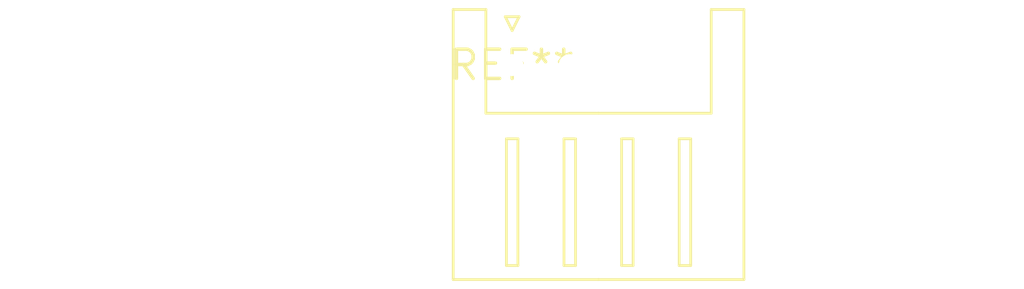
<source format=kicad_pcb>
(kicad_pcb (version 20240108) (generator pcbnew)
  (layers (0 "F.Cu" signal) (31 "B.Cu" signal) (34 "B.Paste" user) (35 "F.Paste" user) (36 "B.SilkS" user "B.Silkscreen") (37 "F.SilkS" user "F.Silkscreen") (38 "B.Mask" user) (39 "F.Mask" user) (44 "Edge.Cuts" user))
  (net 0 "")
  (footprint "JST_XH_S4B-XH-A_1x04_P2.50mm_Horizontal" (layer "F.Cu") (at 0 0)
    (property "Reference" "REF**")
    (property "Value" "JST_XH_S4B-XH-A_1x04_P2.50mm_Horizontal")
    (fp_line (start -2.56 -2.41) (end -1.14 -2.41) (layer "F.SilkS") (stroke (width 0.12)))
    (fp_line (start -2.56 9.31) (end -2.56 -2.41) (layer "F.SilkS") (stroke (width 0.12)))
    (fp_line (start -1.14 -2.41) (end -1.14 2.09) (layer "F.SilkS") (stroke (width 0.12)))
    (fp_line (start -1.14 2.09) (end 3.75 2.09) (layer "F.SilkS") (stroke (width 0.12)))
    (fp_line (start -0.3 -2.1) (end 0.3 -2.1) (layer "F.SilkS") (stroke (width 0.12)))
    (fp_line (start -0.25 3.2) (end -0.25 8.7) (layer "F.SilkS") (stroke (width 0.12)))
    (fp_line (start -0.25 8.7) (end 0.25 8.7) (layer "F.SilkS") (stroke (width 0.12)))
    (fp_line (start 0 -1.5) (end -0.3 -2.1) (layer "F.SilkS") (stroke (width 0.12)))
    (fp_line (start 0.25 3.2) (end -0.25 3.2) (layer "F.SilkS") (stroke (width 0.12)))
    (fp_line (start 0.25 8.7) (end 0.25 3.2) (layer "F.SilkS") (stroke (width 0.12)))
    (fp_line (start 0.3 -2.1) (end 0 -1.5) (layer "F.SilkS") (stroke (width 0.12)))
    (fp_line (start 2.25 3.2) (end 2.25 8.7) (layer "F.SilkS") (stroke (width 0.12)))
    (fp_line (start 2.25 8.7) (end 2.75 8.7) (layer "F.SilkS") (stroke (width 0.12)))
    (fp_line (start 2.75 3.2) (end 2.25 3.2) (layer "F.SilkS") (stroke (width 0.12)))
    (fp_line (start 2.75 8.7) (end 2.75 3.2) (layer "F.SilkS") (stroke (width 0.12)))
    (fp_line (start 3.75 9.31) (end -2.56 9.31) (layer "F.SilkS") (stroke (width 0.12)))
    (fp_line (start 3.75 9.31) (end 10.06 9.31) (layer "F.SilkS") (stroke (width 0.12)))
    (fp_line (start 4.75 3.2) (end 4.75 8.7) (layer "F.SilkS") (stroke (width 0.12)))
    (fp_line (start 4.75 8.7) (end 5.25 8.7) (layer "F.SilkS") (stroke (width 0.12)))
    (fp_line (start 5.25 3.2) (end 4.75 3.2) (layer "F.SilkS") (stroke (width 0.12)))
    (fp_line (start 5.25 8.7) (end 5.25 3.2) (layer "F.SilkS") (stroke (width 0.12)))
    (fp_line (start 7.25 3.2) (end 7.25 8.7) (layer "F.SilkS") (stroke (width 0.12)))
    (fp_line (start 7.25 8.7) (end 7.75 8.7) (layer "F.SilkS") (stroke (width 0.12)))
    (fp_line (start 7.75 3.2) (end 7.25 3.2) (layer "F.SilkS") (stroke (width 0.12)))
    (fp_line (start 7.75 8.7) (end 7.75 3.2) (layer "F.SilkS") (stroke (width 0.12)))
    (fp_line (start 8.64 -2.41) (end 8.64 2.09) (layer "F.SilkS") (stroke (width 0.12)))
    (fp_line (start 8.64 2.09) (end 3.75 2.09) (layer "F.SilkS") (stroke (width 0.12)))
    (fp_line (start 10.06 -2.41) (end 8.64 -2.41) (layer "F.SilkS") (stroke (width 0.12)))
    (fp_line (start 10.06 9.31) (end 10.06 -2.41) (layer "F.SilkS") (stroke (width 0.12)))
    (pad "1" thru_hole roundrect (at 0 0) (size 1.7 1.95) (drill 0.95) (layers *.Cu *.Mask) (remove_unused_layers) (roundrect_rratio 0.147059))
    (pad "2" thru_hole oval (at 2.5 0) (size 1.7 1.95) (drill 0.95) (layers *.Cu *.Mask) (remove_unused_layers))
    (pad "3" thru_hole oval (at 5 0) (size 1.7 1.95) (drill 0.95) (layers *.Cu *.Mask) (remove_unused_layers))
    (pad "4" thru_hole oval (at 7.5 0) (size 1.7 1.95) (drill 0.95) (layers *.Cu *.Mask) (remove_unused_layers))
  )
)
</source>
